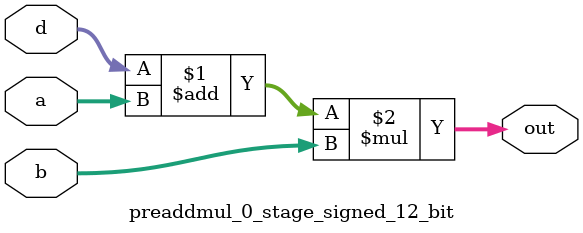
<source format=sv>
(* use_dsp = "yes" *) module preaddmul_0_stage_signed_12_bit(
	input signed [11:0] a,
	input signed [11:0] b,
	input signed [11:0] d,
	output [11:0] out
	);

	assign out = (d + a) * b;
endmodule

</source>
